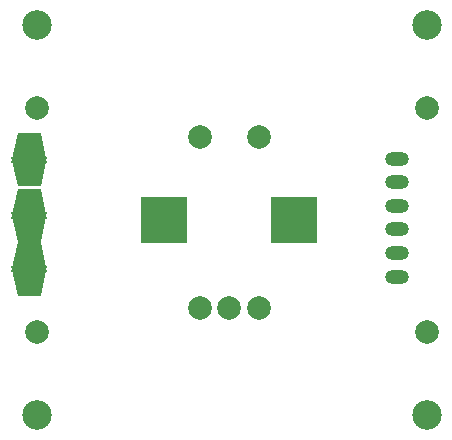
<source format=gbs>
G04 #@! TF.FileFunction,Soldermask,Bot*
%FSLAX46Y46*%
G04 Gerber Fmt 4.6, Leading zero omitted, Abs format (unit mm)*
G04 Created by KiCad (PCBNEW 4.0.1-stable) date Wednesday, 15 June 2016 'pmt' 14:53:36*
%MOMM*%
G01*
G04 APERTURE LIST*
%ADD10C,0.100000*%
%ADD11C,2.000000*%
%ADD12O,2.000000X1.200000*%
%ADD13R,4.000000X4.000000*%
%ADD14C,2.500000*%
G04 APERTURE END LIST*
D10*
G36*
X100711000Y-98163000D02*
X103759000Y-98163000D01*
X103235000Y-100687000D01*
X101235000Y-100687000D01*
X100711000Y-98163000D01*
X100711000Y-98163000D01*
G37*
G36*
X103759000Y-98687000D02*
X100711000Y-98687000D01*
X101235000Y-96163000D01*
X103235000Y-96163000D01*
X103759000Y-98687000D01*
X103759000Y-98687000D01*
G37*
G36*
X100711000Y-102878000D02*
X103759000Y-102878000D01*
X103235000Y-105402000D01*
X101235000Y-105402000D01*
X100711000Y-102878000D01*
X100711000Y-102878000D01*
G37*
G36*
X103759000Y-103402000D02*
X100711000Y-103402000D01*
X101235000Y-100878000D01*
X103235000Y-100878000D01*
X103759000Y-103402000D01*
X103759000Y-103402000D01*
G37*
G36*
X100711000Y-107418000D02*
X103759000Y-107418000D01*
X103235000Y-109942000D01*
X101235000Y-109942000D01*
X100711000Y-107418000D01*
X100711000Y-107418000D01*
G37*
G36*
X103759000Y-107942000D02*
X100711000Y-107942000D01*
X101235000Y-105418000D01*
X103235000Y-105418000D01*
X103759000Y-107942000D01*
X103759000Y-107942000D01*
G37*
D11*
X102890000Y-94030000D03*
X102890000Y-113030000D03*
X135890000Y-113030000D03*
X135890000Y-94030000D03*
D12*
X133350000Y-98330000D03*
X133350000Y-100330000D03*
X133350000Y-102330000D03*
X133350000Y-104330000D03*
X133350000Y-106330000D03*
X133350000Y-108330000D03*
D13*
X124665000Y-103505000D03*
X113665000Y-103505000D03*
D11*
X121665000Y-96505000D03*
X116665000Y-96505000D03*
X119165000Y-111005000D03*
X116665000Y-111005000D03*
X121665000Y-111005000D03*
D14*
X135890000Y-86995000D03*
X102870000Y-86995000D03*
X102870000Y-120015000D03*
X135890000Y-120015000D03*
M02*

</source>
